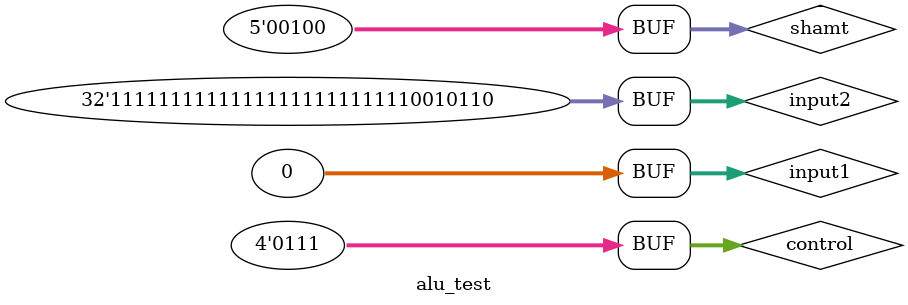
<source format=v>
`timescale 1ns / 1ps

module alu_test;

	// Inputs
	reg signed [31:0] input1;
	reg signed [31:0] input2;
	reg [4:0] shamt;
	reg [3:0] control;

	// Outputs
	wire signed [31:0] out;
	wire [2:0] flags;

	// Instantiate the Unit Under Test (UUT)
	alu uut (
		.input1(input1), 
		.input2(input2), 
		.shamt(shamt), 
		.control(control), 
		.out(out), 
		.zero(flags[0]),
		.sign(flags[1]),
		.carry(flags[2])
	);

	initial begin
		$monitor ("in1 = %d, in2 = %d, out = %d, carry = %b, zero = %b, negative = %b, control = %b", input1, input2, out, flags[2], flags[0], flags[1], control);
		// Initialize Inputs
		input1 = 0;
		input2 = 0;
		shamt = 0;
		control = 0;

		// Wait 100 ns for global reset to finish
		#100;
        
		// Add stimulus here
		input1 = 32'd105; 
		input2 = 32'd106;
		control = 4'b1000;
		#100;
		
		input1 = 32'd105;
		input2 = 32'd106;
		control = 4'b1000;
		#100;
		
		input1 = 32'd2147483647;
		input2 = 32'd106;
		control = 4'b1000;
		#100;
		
		input1 = 32'd2147483648;
		input2 = 32'd2147483648;
		control = 4'b1000;
		#100;
		
		input1 = 32'd11;
		input2 = 32'd106;
		control = 4'b1001;
		#100;
		
		input1 = 32'd1234;
		input2 = 32'd896989867;
		control = 4'b0001;
		#100;
		
		input1 = 32'd0;
		input2 = -32'd896989867;
		control = 4'b0001;
		#100;
		
		input1 = 32'd1234;
		input2 = 32'd0;
		control = 4'b0001;
		#100;
		
		input1 = 32'd111;
		input2 = 32'd106;
		control = 4'b0010;
		#100;
		
		input1 = 32'd259;
		input2 = 32'd106;
		control = 4'b0011;
		#100;
		
		input1 = 32'd259;
		input2 = 32'd106;
		control = 4'b0100;
		shamt = 0;
		#100;
		
		input1 = 32'd259;
		input2 = 32'd106;
		control = 4'b0100;
		shamt = 5'd4;
		#10;
		
		input1 = -32'd259;
		input2 = 32'd8;
		control = 4'b0101;
		shamt = 5'd4;
		#10;
		
		input1 = -32'd259;
		input2 = 32'd31;
		control = 4'b1100;
		shamt = 5'd4;
		#10;
		
		input1 = 32'd119;
		input2 = 32'd106;
		control = 4'b0101;
		shamt = 0;
		#10;
		
		input1 = 32'd119;
		input2 = 32'd106;
		control = 4'b0101;
		shamt = 5'd4;
		#10;
		
		input1 = -32'd119;
		input2 = 32'd3;
		control = 4'b1101;
		shamt = 5'd4;
		#10;
		
		input1 = 32'd119;
		input2 = 32'd106;
		control = 4'b1101;
		shamt = 5'd4;
		#10
		
		input1 = 32'd119;
		input2 = 32'd106;
		control = 4'b0110;
		shamt = 0;
		#10;
		
		input1 = 32'd119;
		input2 = 32'd106;
		control = 4'b0110;
		shamt = 5'd4;
		#10;
		
		input1 = 32'd119;
		input2 = 32'd3;
		control = 4'b1110;
		shamt = 5'd4;
		#10;
		
		input1 = 32'd119;
		input2 = 32'd106;
		control = 4'b1110;
		shamt = 5'd4;
		#10
		
		input1 = -32'd119;
		input2 = 32'd106;
		control = 4'b0110;
		shamt = 0;
		#10;
		
		input1 = -32'd119;
		input2 = 32'd106;
		control = 4'b0110;
		shamt = 5'd4;
		#10;
		
		input1 = -32'd119;
		input2 = 32'd3;
		control = 4'b1110;
		shamt = 5'd4;
		#10;
		
		input1 = -32'd119;
		input2 = 32'd106;
		control = 4'b1110;
		shamt = 5'd4;
		#10;
		
		input1 = -32'd22;
		input2 = 32'd0;
		control = 4'b0111;
		#10;
		
		input1 = 32'd0;
		input2 = -32'd106;
		control = 4'b0111;
		#10;
	end
      
endmodule
</source>
